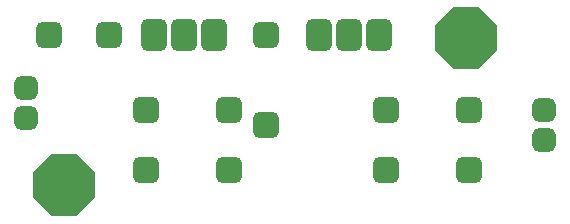
<source format=gbs>
G04 Layer_Color=16711935*
%FSLAX25Y25*%
%MOIN*%
G70*
G01*
G75*
G04:AMPARAMS|DCode=17|XSize=88mil|YSize=108mil|CornerRadius=24mil|HoleSize=0mil|Usage=FLASHONLY|Rotation=0.000|XOffset=0mil|YOffset=0mil|HoleType=Round|Shape=RoundedRectangle|*
%AMROUNDEDRECTD17*
21,1,0.08800,0.06000,0,0,0.0*
21,1,0.04000,0.10800,0,0,0.0*
1,1,0.04800,0.02000,-0.03000*
1,1,0.04800,-0.02000,-0.03000*
1,1,0.04800,-0.02000,0.03000*
1,1,0.04800,0.02000,0.03000*
%
%ADD17ROUNDEDRECTD17*%
G04:AMPARAMS|DCode=18|XSize=88mil|YSize=88mil|CornerRadius=24mil|HoleSize=0mil|Usage=FLASHONLY|Rotation=270.000|XOffset=0mil|YOffset=0mil|HoleType=Round|Shape=RoundedRectangle|*
%AMROUNDEDRECTD18*
21,1,0.08800,0.04000,0,0,270.0*
21,1,0.04000,0.08800,0,0,270.0*
1,1,0.04800,-0.02000,-0.02000*
1,1,0.04800,-0.02000,0.02000*
1,1,0.04800,0.02000,0.02000*
1,1,0.04800,0.02000,-0.02000*
%
%ADD18ROUNDEDRECTD18*%
G04:AMPARAMS|DCode=19|XSize=78mil|YSize=78mil|CornerRadius=21.5mil|HoleSize=0mil|Usage=FLASHONLY|Rotation=90.000|XOffset=0mil|YOffset=0mil|HoleType=Round|Shape=RoundedRectangle|*
%AMROUNDEDRECTD19*
21,1,0.07800,0.03500,0,0,90.0*
21,1,0.03500,0.07800,0,0,90.0*
1,1,0.04300,0.01750,0.01750*
1,1,0.04300,0.01750,-0.01750*
1,1,0.04300,-0.01750,-0.01750*
1,1,0.04300,-0.01750,0.01750*
%
%ADD19ROUNDEDRECTD19*%
G04:AMPARAMS|DCode=20|XSize=88mil|YSize=88mil|CornerRadius=24mil|HoleSize=0mil|Usage=FLASHONLY|Rotation=180.000|XOffset=0mil|YOffset=0mil|HoleType=Round|Shape=RoundedRectangle|*
%AMROUNDEDRECTD20*
21,1,0.08800,0.04000,0,0,180.0*
21,1,0.04000,0.08800,0,0,180.0*
1,1,0.04800,-0.02000,0.02000*
1,1,0.04800,0.02000,0.02000*
1,1,0.04800,0.02000,-0.02000*
1,1,0.04800,-0.02000,-0.02000*
%
%ADD20ROUNDEDRECTD20*%
%ADD21P,0.22173X8X22.5*%
D17*
X132500Y60000D02*
D03*
X122500D02*
D03*
X112500D02*
D03*
X77500D02*
D03*
X67500D02*
D03*
X57500D02*
D03*
D18*
X135000Y15000D02*
D03*
Y35000D02*
D03*
X162500D02*
D03*
Y15000D02*
D03*
X55000Y35000D02*
D03*
Y15000D02*
D03*
X82500D02*
D03*
Y35000D02*
D03*
X95000Y60000D02*
D03*
Y30000D02*
D03*
D19*
X187500Y25000D02*
D03*
Y35000D02*
D03*
X15000Y42500D02*
D03*
Y32500D02*
D03*
D20*
X22500Y60000D02*
D03*
X42500D02*
D03*
D21*
X27500Y10000D02*
D03*
X161500Y59000D02*
D03*
M02*

</source>
